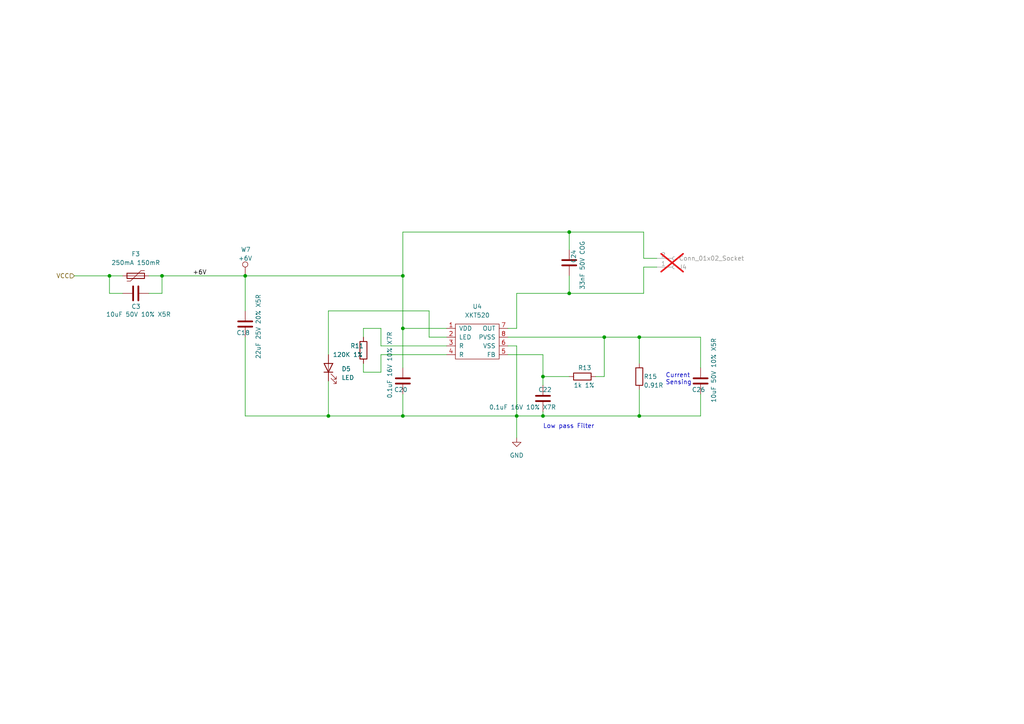
<source format=kicad_sch>
(kicad_sch (version 20250114) (generator "eeschema") (generator_version "9.0")
  (paper "A4")
  (lib_symbols
    (symbol "Connector:Conn_01x02_Socket" (pin_names (offset 1.016) (hide yes))
      (property "Reference" "J" (at 0 2.54 0))
      (property "Value" "Conn_01x02_Socket" (at 0 -5.08 0))
      (symbol "Conn_01x02_Socket_1_1"
        (polyline (pts (xy -1.27 0) (xy -0.508 0)) (stroke (width 0.1524)))
        (polyline (pts (xy -1.27 -2.54) (xy -0.508 -2.54)) (stroke (width 0.1524)))
        (arc (start 0 -0.508) (mid -0.5058 0) (end 0 0.508) (stroke (width 0.1524)))
        (arc (start 0 -3.048) (mid -0.5058 -2.54) (end 0 -2.032) (stroke (width 0.1524)))
        (pin passive line (at -5.08 0 0) (length 3.81) (name "Pin_1") (number "1"))
        (pin passive line (at -5.08 -2.54 0) (length 3.81) (name "Pin_2") (number "2"))
      )
    )
    (symbol "Device:C" (pin_numbers (hide yes)) (pin_names (offset 0.254))
      (property "Reference" "C" (at 0.635 2.54 0))
      (property "Value" "C" (at 0.635 -2.54 0))
      (symbol "C_0_1"
        (polyline (pts (xy -2.032 0.762) (xy 2.032 0.762)) (stroke (width 0.508)))
        (polyline (pts (xy -2.032 -0.762) (xy 2.032 -0.762)) (stroke (width 0.508)))
      )
      (symbol "C_1_1"
        (pin passive line (at 0 3.81 270) (length 2.794) (name "~") (number "1"))
        (pin passive line (at 0 -3.81 90) (length 2.794) (name "~") (number "2"))
      )
    )
    (symbol "Device:LED" (pin_numbers (hide yes)) (pin_names (offset 1.016) (hide yes))
      (property "Reference" "D" (at 0 2.54 0))
      (property "Value" "LED" (at 0 -2.54 0))
      (symbol "LED_0_1"
        (polyline (pts (xy -3.048 -0.762) (xy -4.572 -2.286) (xy -3.81 -2.286) (xy -4.572 -2.286) (xy -4.572 -1.524)))
        (polyline (pts (xy -1.778 -0.762) (xy -3.302 -2.286) (xy -2.54 -2.286) (xy -3.302 -2.286) (xy -3.302 -1.524)))
        (polyline (pts (xy -1.27 0) (xy 1.27 0)))
        (polyline (pts (xy -1.27 -1.27) (xy -1.27 1.27)) (stroke (width 0.254)))
        (polyline (pts (xy 1.27 -1.27) (xy 1.27 1.27) (xy -1.27 0) (xy 1.27 -1.27)) (stroke (width 0.254)))
      )
      (symbol "LED_1_1"
        (pin passive line (at -3.81 0 0) (length 2.54) (name "K") (number "1"))
        (pin passive line (at 3.81 0 180) (length 2.54) (name "A") (number "2"))
      )
    )
    (symbol "Device:Polyfuse" (pin_numbers (hide yes)) (pin_names (offset 0))
      (property "Reference" "F" (at -2.54 0 90))
      (property "Value" "Polyfuse" (at 2.54 0 90))
      (symbol "Polyfuse_0_1"
        (polyline (pts (xy -1.524 2.54) (xy -1.524 1.524) (xy 1.524 -1.524) (xy 1.524 -2.54)))
        (rectangle (start -0.762 2.54) (end 0.762 -2.54) (stroke (width 0.254)))
        (polyline (pts (xy 0 2.54) (xy 0 -2.54)))
      )
      (symbol "Polyfuse_1_1"
        (pin passive line (at 0 3.81 270) (length 1.27) (name "~") (number "1"))
        (pin passive line (at 0 -3.81 90) (length 1.27) (name "~") (number "2"))
      )
    )
    (symbol "Device:R" (pin_numbers (hide yes)) (pin_names (offset 0))
      (property "Reference" "R" (at 2.032 0 90))
      (property "Value" "R" (at 0 0 90))
      (symbol "R_0_1"
        (rectangle (start -1.016 -2.54) (end 1.016 2.54) (stroke (width 0.254)))
      )
      (symbol "R_1_1"
        (pin passive line (at 0 3.81 270) (length 1.27) (name "~") (number "1"))
        (pin passive line (at 0 -3.81 90) (length 1.27) (name "~") (number "2"))
      )
    )
    (symbol "Pixels-dice:TEST_1P-conn" (pin_numbers (hide yes)) (pin_names (offset 0.762) (hide yes))
      (property "Reference" "W" (at 0 6.858 0))
      (property "Value" "TEST_1P-conn" (at 0 5.08 0))
      (symbol "TEST_1P-conn_0_1"
        (circle (center 0 3.302) (radius 0.762))
      )
      (symbol "TEST_1P-conn_1_1"
        (pin passive line (at 0 0 90) (length 2.54) (name "1") (number "1"))
      )
    )
    (symbol "Pixels-dice:XKT520" (pin_names (offset 1.016))
      (property "Reference" "U" (at 0 6.35 0))
      (property "Value" "XKT520" (at 0 -6.35 0))
      (symbol "XKT520_0_1"
        (rectangle (start -6.35 5.08) (end 6.35 -5.08))
      )
      (symbol "XKT520_1_1"
        (pin power_in line (at -8.89 3.81 0) (length 2.54) (name "VDD") (number "1"))
        (pin output line (at -8.89 1.27 0) (length 2.54) (name "LED") (number "2"))
        (pin passive line (at -8.89 -1.27 0) (length 2.54) (name "R") (number "3"))
        (pin passive line (at -8.89 -3.81 0) (length 2.54) (name "R") (number "4"))
        (pin output line (at 8.89 3.81 180) (length 2.54) (name "OUT") (number "7"))
        (pin output line (at 8.89 1.27 180) (length 2.54) (name "PVSS") (number "8"))
        (pin power_in line (at 8.89 -1.27 180) (length 2.54) (name "VSS") (number "6"))
        (pin input line (at 8.89 -3.81 180) (length 2.54) (name "FB") (number "5"))
      )
    )
    (symbol "power:GND" (power) (pin_numbers (hide yes)) (pin_names (offset 0) (hide yes))
      (property "Value" "GND" (at 0 -3.81 0))
      (symbol "GND_0_1"
        (polyline (pts (xy 0 0) (xy 0 -1.27) (xy 1.27 -1.27) (xy 0 -2.54) (xy -1.27 -1.27) (xy 0 -1.27)))
      )
      (symbol "GND_1_1"
        (pin power_in line (at 0 0 270) (length 0) (name "~") (number "1"))
      )
    )
  )
  (text "Current\nSensing" (at 193.04 111.76 0) (effects (font (size 1.27 1.27)) (justify left bottom)))
  (text "Low pass Filter" (at 157.48 124.46 0) (effects (font (size 1.27 1.27)) (justify left bottom)))
  (junction (at 71.12 80.01))
  (junction (at 185.42 120.65))
  (junction (at 116.84 120.65))
  (junction (at 116.84 95.25))
  (junction (at 157.48 120.65))
  (junction (at 157.48 109.22))
  (junction (at 185.42 97.79))
  (junction (at 165.1 67.31))
  (junction (at 46.99 80.01))
  (junction (at 116.84 80.01))
  (junction (at 175.26 97.79))
  (junction (at 31.75 80.01))
  (junction (at 165.1 85.09))
  (junction (at 149.86 120.65))
  (junction (at 95.25 120.65))
  (wire (pts (xy 116.84 67.31) (xy 116.84 80.01)))
  (wire (pts (xy 185.42 97.79) (xy 185.42 105.41)))
  (wire (pts (xy 71.12 80.01) (xy 116.84 80.01)))
  (wire (pts (xy 165.1 85.09) (xy 149.86 85.09)))
  (wire (pts (xy 149.86 95.25) (xy 147.32 95.25)))
  (wire (pts (xy 110.49 100.33) (xy 129.54 100.33)))
  (wire (pts (xy 116.84 95.25) (xy 129.54 95.25)))
  (wire (pts (xy 185.42 120.65) (xy 157.48 120.65)))
  (wire (pts (xy 95.25 110.49) (xy 95.25 120.65)))
  (wire (pts (xy 105.41 95.25) (xy 105.41 97.79)))
  (wire (pts (xy 203.2 114.3) (xy 203.2 120.65)))
  (wire (pts (xy 186.69 85.09) (xy 186.69 77.47)))
  (wire (pts (xy 124.46 97.79) (xy 129.54 97.79)))
  (wire (pts (xy 175.26 109.22) (xy 175.26 97.79)))
  (wire (pts (xy 165.1 67.31) (xy 165.1 72.39)))
  (wire (pts (xy 46.99 85.09) (xy 46.99 80.01)))
  (wire (pts (xy 116.84 67.31) (xy 165.1 67.31)))
  (wire (pts (xy 71.12 80.01) (xy 71.12 90.17)))
  (wire (pts (xy 165.1 67.31) (xy 186.69 67.31)))
  (wire (pts (xy 110.49 95.25) (xy 105.41 95.25)))
  (wire (pts (xy 157.48 109.22) (xy 165.1 109.22)))
  (wire (pts (xy 149.86 100.33) (xy 147.32 100.33)))
  (wire (pts (xy 185.42 113.03) (xy 185.42 120.65)))
  (wire (pts (xy 46.99 80.01) (xy 71.12 80.01)))
  (wire (pts (xy 149.86 100.33) (xy 149.86 120.65)))
  (wire (pts (xy 105.41 107.95) (xy 105.41 105.41)))
  (wire (pts (xy 175.26 97.79) (xy 185.42 97.79)))
  (wire (pts (xy 43.18 85.09) (xy 46.99 85.09)))
  (wire (pts (xy 186.69 74.93) (xy 186.69 67.31)))
  (wire (pts (xy 165.1 85.09) (xy 186.69 85.09)))
  (wire (pts (xy 95.25 120.65) (xy 116.84 120.65)))
  (wire (pts (xy 31.75 85.09) (xy 31.75 80.01)))
  (wire (pts (xy 124.46 97.79) (xy 124.46 90.17)))
  (wire (pts (xy 190.5 74.93) (xy 186.69 74.93)))
  (wire (pts (xy 35.56 85.09) (xy 31.75 85.09)))
  (wire (pts (xy 157.48 119.38) (xy 157.48 120.65)))
  (wire (pts (xy 110.49 107.95) (xy 105.41 107.95)))
  (wire (pts (xy 149.86 120.65) (xy 149.86 127)))
  (wire (pts (xy 147.32 102.87) (xy 157.48 102.87)))
  (wire (pts (xy 31.75 80.01) (xy 35.56 80.01)))
  (wire (pts (xy 157.48 109.22) (xy 157.48 102.87)))
  (wire (pts (xy 110.49 102.87) (xy 129.54 102.87)))
  (wire (pts (xy 116.84 95.25) (xy 116.84 106.68)))
  (wire (pts (xy 203.2 120.65) (xy 185.42 120.65)))
  (wire (pts (xy 43.18 80.01) (xy 46.99 80.01)))
  (wire (pts (xy 172.72 109.22) (xy 175.26 109.22)))
  (wire (pts (xy 165.1 80.01) (xy 165.1 85.09)))
  (wire (pts (xy 149.86 120.65) (xy 157.48 120.65)))
  (wire (pts (xy 95.25 90.17) (xy 95.25 102.87)))
  (wire (pts (xy 71.12 97.79) (xy 71.12 120.65)))
  (wire (pts (xy 110.49 107.95) (xy 110.49 102.87)))
  (wire (pts (xy 110.49 95.25) (xy 110.49 100.33)))
  (wire (pts (xy 149.86 85.09) (xy 149.86 95.25)))
  (wire (pts (xy 186.69 77.47) (xy 190.5 77.47)))
  (wire (pts (xy 116.84 80.01) (xy 116.84 95.25)))
  (wire (pts (xy 95.25 90.17) (xy 124.46 90.17)))
  (wire (pts (xy 157.48 109.22) (xy 157.48 111.76)))
  (wire (pts (xy 185.42 97.79) (xy 203.2 97.79)))
  (wire (pts (xy 21.59 80.01) (xy 31.75 80.01)))
  (wire (pts (xy 147.32 97.79) (xy 175.26 97.79)))
  (wire (pts (xy 116.84 120.65) (xy 149.86 120.65)))
  (wire (pts (xy 71.12 120.65) (xy 95.25 120.65)))
  (wire (pts (xy 203.2 97.79) (xy 203.2 106.68)))
  (wire (pts (xy 116.84 114.3) (xy 116.84 120.65)))
  (label "+6V" (at 55.88 80.01 0))
  (hierarchical_label "VCC" (shape input) (at 21.59 80.01 180))
  (symbol (lib_id "Connector:Conn_01x02_Socket") (at 195.58 77.47 0) (mirror x) (unit 1) (dnp yes)
    (property "Reference" "J2" (at 196.85 77.4701 0) (effects (justify left)))
    (property "Value" "Conn_01x02_Socket" (at 196.85 74.9301 0) (effects (justify left)))
    (property "Footprint" "Pixels-dice:COIL_215_10T_055_020" (effects (hide yes)))
    (property "Description" "Generic connector, single row, 01x02, script generated" (effects (hide yes)))
    (instances (project "main" (path "" (reference "J4") (unit 1)) (path "" (reference "J2") (unit 1)) (path "" (reference "J5") (unit 1)) (path "" (reference "J3") (unit 1)) (path "" (reference "J6") (unit 1))))
  )
  (symbol (lib_id "Device:C") (at 157.48 115.57 180) (unit 1)
    (property "Reference" "C10" (at 160.02 113.03 0) (effects (justify left)))
    (property "Value" "0.1uF 16V 10% X7R" (at 161.29 118.11 0) (effects (justify left)))
    (property "Footprint" "Capacitor_SMD:C_0603_1608Metric" (effects (hide yes)))
    (property "Part Number" "CL10B104KO8NNNC" (effects (hide yes)))
    (property "Manufacturer" "Samsung Electro-Mechanics" (effects (hide yes)))
    (property "LCSC Part #" "C66501" (effects (hide yes)))
    (instances (project "main" (path "" (reference "C22") (unit 1)) (path "" (reference "C10") (unit 1)) (path "" (reference "C23") (unit 1)) (path "" (reference "C15") (unit 1)) (path "" (reference "C30") (unit 1))))
  )
  (symbol (lib_id "Pixels-dice:XKT520") (at 138.43 99.06 0) (unit 1)
    (property "Reference" "U2" (at 138.43 88.9 0))
    (property "Value" "XKT520" (at 138.43 91.44 0))
    (property "Footprint" "Pixels-dice:SOIC-8_3.9x4.9mm_P1.27mm" (effects (hide yes)))
    (instances (project "main" (path "" (reference "U4") (unit 1)) (path "" (reference "U2") (unit 1)) (path "" (reference "U5") (unit 1)) (path "" (reference "U3") (unit 1)) (path "" (reference "U6") (unit 1))))
  )
  (symbol (lib_id "Device:C") (at 116.84 110.49 0) (unit 1)
    (property "Reference" "C9" (at 114.3 113.03 0) (effects (justify left)))
    (property "Value" "0.1uF 16V 10% X7R" (at 113.03 115.57 90) (effects (justify left)))
    (property "Footprint" "Capacitor_SMD:C_0603_1608Metric" (effects (hide yes)))
    (property "Part Number" "CL10B104KO8NNNC" (effects (hide yes)))
    (property "Manufacturer" "Samsung Electro-Mechanics" (effects (hide yes)))
    (property "LCSC Part #" "C66501" (effects (hide yes)))
    (instances (project "main" (path "" (reference "C20") (unit 1)) (path "" (reference "C9") (unit 1)) (path "" (reference "C21") (unit 1)) (path "" (reference "C14") (unit 1)) (path "" (reference "C29") (unit 1))))
  )
  (symbol (lib_id "Device:R") (at 168.91 109.22 90) (unit 1)
    (property "Reference" "R6" (at 167.64 106.68 90) (effects (justify right)))
    (property "Value" "1k 1%" (at 166.37 111.76 90) (effects (justify right)))
    (property "Footprint" "Resistor_SMD:R_0402_1005Metric" (effects (hide yes)))
    (property "Part Number" "0402WGF1001TCE" (effects (hide yes)))
    (property "Manufacturer" "UNI-ROYAL(Uniroyal Elec)" (effects (hide yes)))
    (property "LCSC Part #" "C11702" (effects (hide yes)))
    (instances (project "main" (path "" (reference "R13") (unit 1)) (path "" (reference "R6") (unit 1)) (path "" (reference "R14") (unit 1)) (path "" (reference "R9") (unit 1)) (path "" (reference "R18") (unit 1))))
  )
  (symbol (lib_id "Device:R") (at 105.41 101.6 180) (unit 1)
    (property "Reference" "R5" (at 101.6 100.33 0) (effects (justify right)))
    (property "Value" "120K 1%" (at 96.52 102.87 0) (effects (justify right)))
    (property "Footprint" "Resistor_SMD:R_0402_1005Metric" (effects (hide yes)))
    (property "Part Number" "0402WGF1203TCE" (effects (hide yes)))
    (property "Manufacturer" "UNI-ROYAL(Uniroyal Elec)" (effects (hide yes)))
    (property "LCSC Part #" "C25750" (effects (hide yes)))
    (instances (project "main" (path "" (reference "R11") (unit 1)) (path "" (reference "R5") (unit 1)) (path "" (reference "R12") (unit 1)) (path "" (reference "R8") (unit 1)) (path "" (reference "R17") (unit 1))))
  )
  (symbol (lib_id "Device:Polyfuse") (at 39.37 80.01 90) (unit 1)
    (property "Reference" "F1" (at 39.37 73.66 90))
    (property "Value" "250mA 150mR" (at 39.37 76.2 90))
    (property "Footprint" "Fuse:Fuse_1206_3216Metric" (effects (hide yes)))
    (property "Manufacturer" "BHFUSE" (effects (hide yes)))
    (property "Part Number" "BSMD1206-025-33V" (effects (hide yes)))
    (property "LCSC Part #" "C2977524" (effects (hide yes)))
    (instances (project "main" (path "" (reference "F3") (unit 1)) (path "" (reference "F1") (unit 1)) (path "" (reference "F4") (unit 1)) (path "" (reference "F2") (unit 1)) (path "" (reference "F5") (unit 1))))
  )
  (symbol (lib_id "Pixels-dice:TEST_1P-conn") (at 71.12 80.01 0) (unit 1)
    (property "Reference" "W5" (at 69.85 72.39 0) (effects (justify left)))
    (property "Value" "+6V" (at 69.088 74.93 0) (effects (justify left)))
    (property "Footprint" "Pixels-dice:TestPoint_1.5x1.5_Drill0.9mm" (effects (hide yes)))
    (instances (project "main" (path "" (reference "W7") (unit 1)) (path "" (reference "W5") (unit 1)) (path "" (reference "W8") (unit 1)) (path "" (reference "W6") (unit 1)) (path "" (reference "W9") (unit 1))))
  )
  (symbol (lib_id "Device:LED") (at 95.25 106.68 90) (unit 1)
    (property "Reference" "D3" (at 99.06 106.9974 90) (effects (justify right)))
    (property "Value" "LED" (at 99.06 109.5374 90) (effects (justify right)))
    (property "Footprint" "LED_SMD:LED_0603_1608Metric" (effects (hide yes)))
    (property "Manufacturer" "Lite-On" (effects (hide yes)))
    (property "Part Number" "LTST-C191KRKT" (effects (hide yes)))
    (property "LCSC Part #" "C125099" (effects (hide yes)))
    (instances (project "main" (path "" (reference "D5") (unit 1)) (path "" (reference "D3") (unit 1)) (path "" (reference "D6") (unit 1)) (path "" (reference "D4") (unit 1)) (path "" (reference "D7") (unit 1))))
  )
  (symbol (lib_id "Device:C") (at 203.2 110.49 0) (unit 1)
    (property "Reference" "C12" (at 200.66 113.03 0) (effects (justify left)))
    (property "Value" "10uF 50V 10% X5R" (at 207.01 116.84 90) (effects (justify left)))
    (property "Footprint" "Capacitor_SMD:C_0805_2012Metric" (effects (hide yes)))
    (property "Part Number" "GRM21BR61H106KE43L" (effects (hide yes)))
    (property "Manufacturer" "Murata" (effects (hide yes)))
    (property "LCSC Part #" "C440198" (effects (hide yes)))
    (instances (project "main" (path "" (reference "C26") (unit 1)) (path "" (reference "C12") (unit 1)) (path "" (reference "C27") (unit 1)) (path "" (reference "C17") (unit 1)) (path "" (reference "C32") (unit 1))))
  )
  (symbol (lib_id "Device:C") (at 71.12 93.98 0) (unit 1)
    (property "Reference" "C8" (at 68.58 96.52 0) (effects (justify left)))
    (property "Value" "22uF 25V 20% X5R" (at 74.93 104.14 90) (effects (justify left)))
    (property "Footprint" "Capacitor_SMD:C_0805_2012Metric" (effects (hide yes)))
    (property "Part Number" "GRM21BR61E226ME44L" (effects (hide yes)))
    (property "Manufacturer" "Murata" (effects (hide yes)))
    (property "LCSC Part #" "C86816" (effects (hide yes)))
    (instances (project "main" (path "" (reference "C18") (unit 1)) (path "" (reference "C8") (unit 1)) (path "" (reference "C19") (unit 1)) (path "" (reference "C13") (unit 1)) (path "" (reference "C28") (unit 1))))
  )
  (symbol (lib_id "power:GND") (at 149.86 127 0) (unit 1)
    (property "Reference" "#PWR09" (effects (hide yes)))
    (property "Value" "GND" (at 149.86 132.08 0))
    (property "Description" "Power symbol creates a global label with name \"GND\" , ground" (effects (hide yes)))
    (instances (project "main" (path "" (reference "#PWR06") (unit 1)) (path "" (reference "#PWR09") (unit 1)) (path "" (reference "#PWR07") (unit 1)) (path "" (reference "#PWR05") (unit 1)) (path "" (reference "#PWR08") (unit 1))))
  )
  (symbol (lib_id "Device:C") (at 165.1 76.2 0) (mirror x) (unit 1)
    (property "Reference" "C11" (at 166.37 72.39 90) (effects (justify left)))
    (property "Value" "33nF 50V COG" (at 168.91 69.85 90) (effects (justify left)))
    (property "Footprint" "Capacitor_SMD:C_1206_3216Metric" (effects (hide yes)))
    (property "Part Number" "GRM3195C1H333JA01D" (effects (hide yes)))
    (property "Manufacturer" "Murata" (effects (hide yes)))
    (property "LCSC Part #" "C97930" (effects (hide yes)))
    (instances (project "main" (path "" (reference "C24") (unit 1)) (path "" (reference "C11") (unit 1)) (path "" (reference "C25") (unit 1)) (path "" (reference "C16") (unit 1)) (path "" (reference "C31") (unit 1))))
  )
  (symbol (lib_id "Device:C") (at 39.37 85.09 270) (unit 1)
    (property "Reference" "C1" (at 38.1 88.9 90) (effects (justify left)))
    (property "Value" "10uF 50V 10% X5R" (at 30.734 91.186 90) (effects (justify left)))
    (property "Footprint" "Capacitor_SMD:C_0805_2012Metric" (effects (hide yes)))
    (property "Part Number" "GRM21BR61H106KE43L" (effects (hide yes)))
    (property "Manufacturer" "Murata" (effects (hide yes)))
    (property "LCSC Part #" "C440198" (effects (hide yes)))
    (instances (project "main" (path "" (reference "C3") (unit 1)) (path "" (reference "C1") (unit 1)) (path "" (reference "C5") (unit 1)) (path "" (reference "C2") (unit 1)) (path "" (reference "C43") (unit 1))))
  )
  (symbol (lib_id "Device:R") (at 185.42 109.22 180) (unit 1)
    (property "Reference" "R7" (at 186.69 109.22 0) (effects (justify right)))
    (property "Value" "0.91R" (at 186.69 111.76 0) (effects (justify right)))
    (property "Footprint" "Resistor_SMD:R_1206_3216Metric" (effects (hide yes)))
    (property "Part Number" "RL1206FR-7W0R91L" (effects (hide yes)))
    (property "Manufacturer" "YAGEO" (effects (hide yes)))
    (property "LCSC Part #" "C136987" (effects (hide yes)))
    (instances (project "main" (path "" (reference "R15") (unit 1)) (path "" (reference "R7") (unit 1)) (path "" (reference "R16") (unit 1)) (path "" (reference "R10") (unit 1)) (path "" (reference "R19") (unit 1))))
  )
)
</source>
